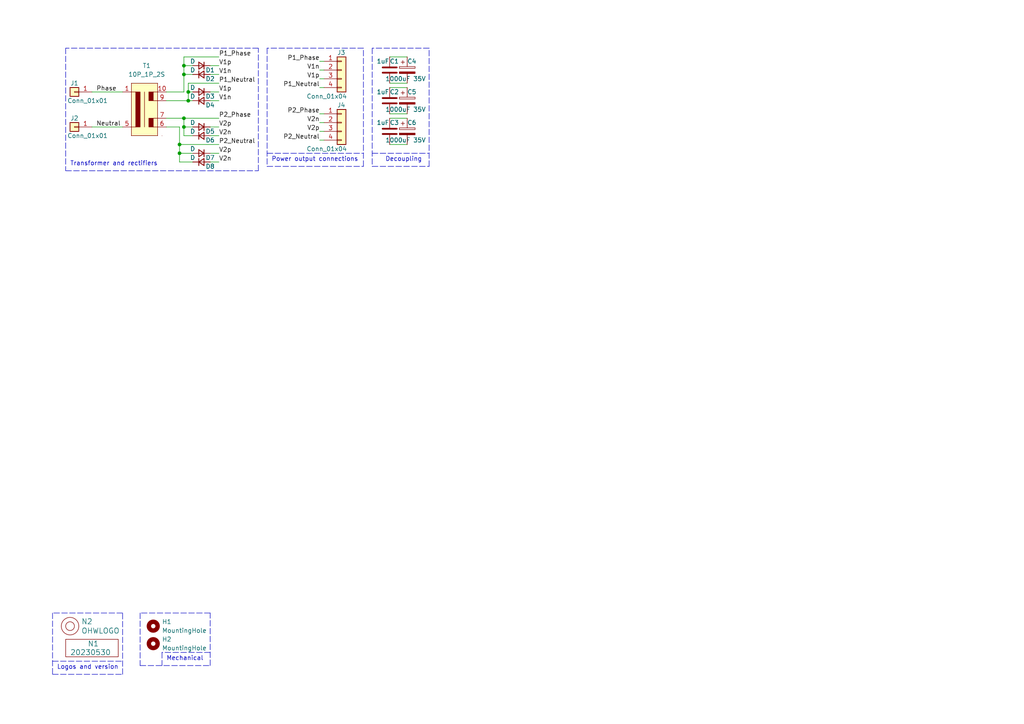
<source format=kicad_sch>
(kicad_sch (version 20211123) (generator eeschema)
  (paper "A4")
  (lib_symbols
    (symbol "Connector_Generic:Conn_01x01" (pin_names (offset 1.016) hide)
      (property "Reference" "J" (at 0 2.54 0))
      (property "Value" "Conn_01x01" (at 0 -2.54 0))
      (symbol "Conn_01x01_1_1"
        (rectangle (start -1.27 0.127) (end 0 -0.127) (stroke (width 0.1524)))
        (rectangle (start -1.27 1.27) (end 1.27 -1.27) (stroke (width 0.254)) (fill (type background)))
        (pin passive line (at -5.08 0 0) (length 3.81) (name "Pin_1") (number "1"))
      )
    )
    (symbol "Connector_Generic:Conn_01x04" (pin_names (offset 1.016) hide)
      (property "Reference" "J" (at 0 5.08 0))
      (property "Value" "Conn_01x04" (at 0 -7.62 0))
      (symbol "Conn_01x04_1_1"
        (rectangle (start -1.27 -4.953) (end 0 -5.207) (stroke (width 0.1524)))
        (rectangle (start -1.27 -2.413) (end 0 -2.667) (stroke (width 0.1524)))
        (rectangle (start -1.27 0.127) (end 0 -0.127) (stroke (width 0.1524)))
        (rectangle (start -1.27 2.667) (end 0 2.413) (stroke (width 0.1524)))
        (rectangle (start -1.27 3.81) (end 1.27 -6.35) (stroke (width 0.254)) (fill (type background)))
        (pin passive line (at -5.08 2.54 0) (length 3.81) (name "Pin_1") (number "1"))
        (pin passive line (at -5.08 0 0) (length 3.81) (name "Pin_2") (number "2"))
        (pin passive line (at -5.08 -2.54 0) (length 3.81) (name "Pin_3") (number "3"))
        (pin passive line (at -5.08 -5.08 0) (length 3.81) (name "Pin_4") (number "4"))
      )
    )
    (symbol "Device:C" (pin_numbers hide) (pin_names (offset 0.254))
      (property "Reference" "C" (at 0.635 2.54 0))
      (property "Value" "C" (at 0.635 -2.54 0))
      (symbol "C_0_1"
        (polyline (pts (xy -2.032 -0.762) (xy 2.032 -0.762)) (stroke (width 0.508)))
        (polyline (pts (xy -2.032 0.762) (xy 2.032 0.762)) (stroke (width 0.508)))
      )
      (symbol "C_1_1"
        (pin passive line (at 0 3.81 270) (length 2.794) (name "~") (number "1"))
        (pin passive line (at 0 -3.81 90) (length 2.794) (name "~") (number "2"))
      )
    )
    (symbol "Device:C_Polarized" (pin_numbers hide) (pin_names (offset 0.254))
      (property "Reference" "C" (at 0.635 2.54 0))
      (property "Value" "C_Polarized" (at 0.635 -2.54 0))
      (symbol "C_Polarized_0_1"
        (rectangle (start -2.286 0.508) (end 2.286 1.016))
        (polyline (pts (xy -1.778 2.286) (xy -0.762 2.286)))
        (polyline (pts (xy -1.27 2.794) (xy -1.27 1.778)))
        (rectangle (start 2.286 -0.508) (end -2.286 -1.016) (fill (type outline)))
      )
      (symbol "C_Polarized_1_1"
        (pin passive line (at 0 3.81 270) (length 2.794) (name "~") (number "1"))
        (pin passive line (at 0 -3.81 90) (length 2.794) (name "~") (number "2"))
      )
    )
    (symbol "Device:D_Small" (pin_numbers hide) (pin_names (offset 0.254) hide)
      (property "Reference" "D" (at -1.27 2.032 0))
      (property "Value" "D_Small" (at -3.81 -2.032 0))
      (symbol "D_Small_0_1"
        (polyline (pts (xy -0.762 -1.016) (xy -0.762 1.016)) (stroke (width 0.254)))
        (polyline (pts (xy -0.762 0) (xy 0.762 0)))
        (polyline (pts (xy 0.762 -1.016) (xy -0.762 0) (xy 0.762 1.016) (xy 0.762 -1.016)) (stroke (width 0.254)))
      )
      (symbol "D_Small_1_1"
        (pin passive line (at -2.54 0 0) (length 1.778) (name "K") (number "1"))
        (pin passive line (at 2.54 0 180) (length 1.778) (name "A") (number "2"))
      )
    )
    (symbol "Mechanical:MountingHole" (pin_names (offset 1.016))
      (property "Reference" "H" (at 0 5.08 0))
      (property "Value" "MountingHole" (at 0 3.175 0))
      (symbol "MountingHole_0_1"
        (circle (center 0 0) (radius 1.27) (stroke (width 1.27)))
      )
    )
    (symbol "SquantorLabels:OHWLOGO" (pin_names (offset 1.016))
      (property "Reference" "N" (at 0 3.81 0))
      (property "Value" "OHWLOGO" (at 0 -3.81 0))
      (symbol "OHWLOGO_0_1"
        (circle (center 0 0) (radius 1.27))
        (circle (center 0 0) (radius 2.54))
      )
    )
    (symbol "SquantorLabels:VYYYYMMDD" (pin_names (offset 1.016))
      (property "Reference" "N" (at 0 2.54 0))
      (property "Value" "VYYYYMMDD" (at 0 0 0))
      (symbol "VYYYYMMDD_0_1"
        (rectangle (start 7.62 -1.27) (end -7.62 3.81))
      )
    )
    (symbol "SquantorTransformer:10P_1P_2S"
      (property "Reference" "T" (at 0 8.89 0))
      (property "Value" "10P_1P_2S" (at 0 -8.89 0))
      (symbol "10P_1P_2S_0_1"
        (rectangle (start -3.81 7.62) (end 3.81 -7.62) (fill (type background)))
        (rectangle (start -2.54 5.08) (end -1.27 -5.08) (fill (type outline)))
        (polyline (pts (xy 0 5.08) (xy 0 -5.08)))
        (polyline (pts (xy -3.81 5.08) (xy -2.54 5.08) (xy -2.54 -5.08) (xy -3.81 -5.08)))
        (polyline (pts (xy 3.81 -2.54) (xy 2.54 -2.54) (xy 2.54 -5.08) (xy 3.81 -5.08)))
        (polyline (pts (xy 3.81 5.08) (xy 2.54 5.08) (xy 2.54 2.54) (xy 3.81 2.54)))
        (rectangle (start 2.54 -2.54) (end 1.27 -5.08) (fill (type outline)))
        (rectangle (start 2.54 5.08) (end 1.27 2.54) (fill (type outline)))
        (rectangle (start 5.08 -7.62) (end 5.08 -7.62))
      )
      (symbol "10P_1P_2S_1_1"
        (pin passive line (at -6.35 5.08 0) (length 2.54) (name "") (number "1"))
        (pin passive line (at 6.35 5.08 180) (length 2.54) (name "") (number "10"))
        (pin passive line (at -6.35 -5.08 0) (length 2.54) (name "") (number "5"))
        (pin passive line (at 6.35 -5.08 180) (length 2.54) (name "") (number "6"))
        (pin passive line (at 6.35 -2.54 180) (length 2.54) (name "") (number "7"))
        (pin passive line (at 6.35 2.54 180) (length 2.54) (name "") (number "9"))
      )
    )
  )
  (junction (at 53.34 19.05))
  (junction (at 53.34 21.59))
  (junction (at 53.34 34.29))
  (junction (at 54.61 29.21))
  (junction (at 53.34 36.83))
  (junction (at 52.07 44.45))
  (junction (at 52.07 41.91))
  (junction (at 54.61 26.67))
  (wire (pts (xy 60.96 39.37) (xy 63.5 39.37)))
  (polyline (pts (xy 19.05 49.53) (xy 74.93 49.53)))
  (polyline (pts (xy 105.41 48.26) (xy 105.41 13.97)))
  (wire (pts (xy 92.71 35.56) (xy 93.98 35.56)))
  (wire (pts (xy 26.67 36.83) (xy 35.56 36.83)))
  (wire (pts (xy 52.07 36.83) (xy 48.26 36.83)))
  (wire (pts (xy 52.07 41.91) (xy 52.07 44.45)))
  (wire (pts (xy 48.26 26.67) (xy 53.34 26.67)))
  (wire (pts (xy 92.71 40.64) (xy 93.98 40.64)))
  (polyline (pts (xy 74.93 49.53) (xy 74.93 13.97)))
  (polyline (pts (xy 15.24 177.8) (xy 15.24 195.58)))
  (wire (pts (xy 60.96 46.99) (xy 63.5 46.99)))
  (polyline (pts (xy 35.56 177.8) (xy 15.24 177.8)))
  (polyline (pts (xy 105.41 13.97) (xy 77.47 13.97)))
  (wire (pts (xy 60.96 21.59) (xy 63.5 21.59)))
  (polyline (pts (xy 60.96 189.23) (xy 46.99 189.23)))
  (wire (pts (xy 53.34 21.59) (xy 53.34 19.05)))
  (polyline (pts (xy 107.95 13.97) (xy 107.95 48.26)))
  (wire (pts (xy 92.71 33.02) (xy 93.98 33.02)))
  (wire (pts (xy 55.88 46.99) (xy 52.07 46.99)))
  (wire (pts (xy 52.07 44.45) (xy 55.88 44.45)))
  (polyline (pts (xy 19.05 13.97) (xy 19.05 49.53)))
  (polyline (pts (xy 46.99 189.23) (xy 46.99 193.04)))
  (wire (pts (xy 52.07 41.91) (xy 63.5 41.91)))
  (polyline (pts (xy 40.64 177.8) (xy 40.64 193.04)))
  (wire (pts (xy 54.61 24.13) (xy 63.5 24.13)))
  (wire (pts (xy 60.96 19.05) (xy 63.5 19.05)))
  (wire (pts (xy 113.03 34.29) (xy 118.11 34.29)))
  (wire (pts (xy 113.03 41.91) (xy 118.11 41.91)))
  (wire (pts (xy 26.67 26.67) (xy 35.56 26.67)))
  (polyline (pts (xy 107.95 48.26) (xy 124.46 48.26)))
  (polyline (pts (xy 60.96 193.04) (xy 60.96 177.8)))
  (polyline (pts (xy 60.96 177.8) (xy 40.64 177.8)))
  (wire (pts (xy 113.03 16.51) (xy 118.11 16.51)))
  (wire (pts (xy 60.96 29.21) (xy 63.5 29.21)))
  (wire (pts (xy 54.61 26.67) (xy 54.61 29.21)))
  (polyline (pts (xy 77.47 48.26) (xy 105.41 48.26)))
  (wire (pts (xy 113.03 24.13) (xy 118.11 24.13)))
  (polyline (pts (xy 77.47 44.45) (xy 105.41 44.45)))
  (polyline (pts (xy 40.64 193.04) (xy 60.96 193.04)))
  (wire (pts (xy 53.34 36.83) (xy 53.34 39.37)))
  (polyline (pts (xy 107.95 44.45) (xy 124.46 44.45)))
  (wire (pts (xy 53.34 21.59) (xy 53.34 26.67)))
  (wire (pts (xy 53.34 36.83) (xy 55.88 36.83)))
  (wire (pts (xy 92.71 20.32) (xy 93.98 20.32)))
  (polyline (pts (xy 35.56 195.58) (xy 35.56 177.8)))
  (wire (pts (xy 92.71 17.78) (xy 93.98 17.78)))
  (wire (pts (xy 92.71 22.86) (xy 93.98 22.86)))
  (polyline (pts (xy 15.24 195.58) (xy 35.56 195.58)))
  (wire (pts (xy 53.34 21.59) (xy 55.88 21.59)))
  (wire (pts (xy 55.88 39.37) (xy 53.34 39.37)))
  (wire (pts (xy 53.34 34.29) (xy 63.5 34.29)))
  (wire (pts (xy 53.34 19.05) (xy 55.88 19.05)))
  (wire (pts (xy 52.07 36.83) (xy 52.07 41.91)))
  (polyline (pts (xy 124.46 13.97) (xy 107.95 13.97)))
  (wire (pts (xy 92.71 25.4) (xy 93.98 25.4)))
  (wire (pts (xy 60.96 36.83) (xy 63.5 36.83)))
  (wire (pts (xy 60.96 44.45) (xy 63.5 44.45)))
  (polyline (pts (xy 77.47 13.97) (xy 77.47 48.26)))
  (polyline (pts (xy 124.46 48.26) (xy 124.46 13.97)))
  (wire (pts (xy 113.03 33.02) (xy 118.11 33.02)))
  (wire (pts (xy 52.07 44.45) (xy 52.07 46.99)))
  (wire (pts (xy 53.34 34.29) (xy 53.34 36.83)))
  (wire (pts (xy 54.61 26.67) (xy 54.61 24.13)))
  (wire (pts (xy 60.96 26.67) (xy 63.5 26.67)))
  (wire (pts (xy 48.26 34.29) (xy 53.34 34.29)))
  (polyline (pts (xy 15.24 191.77) (xy 35.56 191.77)))
  (wire (pts (xy 113.03 25.4) (xy 118.11 25.4)))
  (wire (pts (xy 92.71 38.1) (xy 93.98 38.1)))
  (wire (pts (xy 53.34 16.51) (xy 63.5 16.51)))
  (wire (pts (xy 53.34 19.05) (xy 53.34 16.51)))
  (wire (pts (xy 48.26 29.21) (xy 54.61 29.21)))
  (polyline (pts (xy 74.93 13.97) (xy 19.05 13.97)))
  (wire (pts (xy 54.61 29.21) (xy 55.88 29.21)))
  (wire (pts (xy 55.88 26.67) (xy 54.61 26.67)))
  (text "Power output connections" (at 78.74 46.99 0) (effects (font (size 1.27 1.27)) (justify left bottom)))
  (text "Decoupling" (at 111.76 46.99 0) (effects (font (size 1.27 1.27)) (justify left bottom)))
  (text "Logos and version" (at 16.51 194.31 0) (effects (font (size 1.27 1.27)) (justify left bottom)))
  (text "Transformer and rectifiers" (at 20.32 48.26 0) (effects (font (size 1.27 1.27)) (justify left bottom)))
  (text "Mechanical" (at 48.26 191.77 0) (effects (font (size 1.27 1.27)) (justify left bottom)))
  (label "V2n" (at 63.5 46.99 0))
  (label "P2_Phase" (at 92.71 33.02 180))
  (label "V2p" (at 63.5 36.83 0))
  (label "V2p" (at 92.71 38.1 180))
  (label "V2p" (at 63.5 44.45 0))
  (label "V1n" (at 92.71 20.32 180))
  (label "V2n" (at 92.71 35.56 180))
  (label "P1_Phase" (at 92.71 17.78 180))
  (label "P1_Neutral" (at 92.71 25.4 180))
  (label "P1_Neutral" (at 63.5 24.13 0))
  (label "P2_Neutral" (at 63.5 41.91 0))
  (label "P2_Phase" (at 63.5 34.29 0))
  (label "Phase" (at 27.94 26.67 0))
  (label "Neutral" (at 27.94 36.83 0))
  (label "V2n" (at 63.5 39.37 0))
  (label "P1_Phase" (at 63.5 16.51 0))
  (label "V1n" (at 63.5 21.59 0))
  (label "V1n" (at 63.5 29.21 0))
  (label "V1p" (at 63.5 26.67 0))
  (label "V1p" (at 63.5 19.05 0))
  (label "V1p" (at 92.71 22.86 180))
  (label "P2_Neutral" (at 92.71 40.64 180))
  (symbol (lib_id "SquantorLabels:VYYYYMMDD") (at 26.67 189.23 0) (unit 1)
    (property "Reference" "N1" (at 25.4 186.69 0) (effects (font (size 1.524 1.524)) (justify left)))
    (property "Value" "20230530" (at 20.32 189.23 0) (effects (font (size 1.524 1.524)) (justify left)))
    (property "Footprint" "SquantorLabels:Label_Generic" (effects hide))
  )
  (symbol (lib_id "SquantorLabels:OHWLOGO") (at 20.32 181.61 0) (unit 1)
    (property "Reference" "N2" (at 23.5712 180.2638 0) (effects (font (size 1.524 1.524)) (justify left)))
    (property "Value" "OHWLOGO" (at 23.5712 182.9562 0) (effects (font (size 1.524 1.524)) (justify left)))
    (property "Footprint" "Symbol:OSHW-Symbol_6.7x6mm_SilkScreen" (effects hide))
  )
  (symbol (lib_id "Device:D_Small") (at 58.42 26.67 180) (unit 1)
    (property "Reference" "D3" (at 60.96 27.94 0))
    (property "Value" "D" (at 55.88 25.4 0))
    (property "Footprint" "Diode_SMD:D_SMB" (effects hide))
  )
  (symbol (lib_id "Device:D_Small") (at 58.42 36.83 180) (unit 1)
    (property "Reference" "D5" (at 60.96 38.1 0))
    (property "Value" "D" (at 55.88 35.56 0))
    (property "Footprint" "Diode_SMD:D_SMB" (effects hide))
  )
  (symbol (lib_id "Device:D_Small") (at 58.42 21.59 0) (unit 1)
    (property "Reference" "D2" (at 60.96 22.86 0))
    (property "Value" "D" (at 55.88 20.32 0))
    (property "Footprint" "Diode_SMD:D_SMB" (effects hide))
  )
  (symbol (lib_id "SquantorTransformer:10P_1P_2S") (at 41.91 31.75 0) (unit 1)
    (property "Reference" "T1" (at 42.545 19.05 0))
    (property "Value" "10P_1P_2S" (at 42.545 21.59 0))
    (property "Footprint" "SquantorTransformer:10pin_5pitch_32x27_1Pri_2Sec" (effects hide))
  )
  (symbol (lib_id "Device:D_Small") (at 58.42 19.05 180) (unit 1)
    (property "Reference" "D1" (at 60.96 20.32 0))
    (property "Value" "D" (at 55.88 17.78 0))
    (property "Footprint" "Diode_SMD:D_SMB" (effects hide))
  )
  (symbol (lib_id "Connector_Generic:Conn_01x04") (at 99.06 35.56 0) (unit 1)
    (property "Reference" "J4" (at 97.79 30.48 0) (effects (justify left)))
    (property "Value" "Conn_01x04" (at 88.9 43.18 0) (effects (justify left)))
    (property "Footprint" "Connector_JST:JST_XH_B4B-XH-A_1x04_P2.50mm_Vertical" (effects hide))
  )
  (symbol (lib_id "Device:C") (at 113.03 29.21 0) (unit 1)
    (property "Reference" "C2" (at 113.03 26.67 0) (effects (justify left)))
    (property "Value" "1uF" (at 109.22 26.67 0) (effects (justify left)))
    (property "Footprint" "SquantorRcl:C_0805+0603" (effects hide))
  )
  (symbol (lib_id "Connector_Generic:Conn_01x01") (at 21.59 26.67 180) (unit 1)
    (property "Reference" "J1" (at 21.59 24.13 0))
    (property "Value" "Conn_01x01" (at 25.4 29.21 0))
    (property "Footprint" "SquantorConnectors:pad_power" (effects hide))
  )
  (symbol (lib_id "Device:D_Small") (at 58.42 46.99 0) (unit 1)
    (property "Reference" "D8" (at 60.96 48.26 0))
    (property "Value" "D" (at 55.88 45.72 0))
    (property "Footprint" "Diode_SMD:D_SMB" (effects hide))
  )
  (symbol (lib_id "Device:C_Polarized") (at 118.11 20.32 0) (unit 1)
    (property "Reference" "C4" (at 118.11 17.78 0) (effects (justify left)))
    (property "Value" "1000uF 35V" (at 111.76 22.86 0) (effects (justify left)))
    (property "Footprint" "SquantorRcl:C-050-100-elco" (effects hide))
  )
  (symbol (lib_id "Mechanical:MountingHole") (at 44.45 181.61 0) (unit 1)
    (property "Reference" "H1" (at 46.99 180.3399 0) (effects (justify left)))
    (property "Value" "MountingHole" (at 46.99 182.8799 0) (effects (justify left)))
    (property "Footprint" "MountingHole:MountingHole_2.2mm_M2" (effects hide))
  )
  (symbol (lib_id "Device:C_Polarized") (at 118.11 29.21 0) (unit 1)
    (property "Reference" "C5" (at 118.11 26.67 0) (effects (justify left)))
    (property "Value" "1000uF 35V" (at 111.76 31.75 0) (effects (justify left)))
    (property "Footprint" "SquantorRcl:C-050-100-elco" (effects hide))
  )
  (symbol (lib_id "Device:C") (at 113.03 20.32 0) (unit 1)
    (property "Reference" "C1" (at 113.03 17.78 0) (effects (justify left)))
    (property "Value" "1uF" (at 109.22 17.78 0) (effects (justify left)))
    (property "Footprint" "SquantorRcl:C_0805+0603" (effects hide))
  )
  (symbol (lib_id "Connector_Generic:Conn_01x01") (at 21.59 36.83 180) (unit 1)
    (property "Reference" "J2" (at 21.59 34.29 0))
    (property "Value" "Conn_01x01" (at 25.4 39.37 0))
    (property "Footprint" "SquantorConnectors:pad_power" (effects hide))
  )
  (symbol (lib_id "Connector_Generic:Conn_01x04") (at 99.06 20.32 0) (unit 1)
    (property "Reference" "J3" (at 97.79 15.24 0) (effects (justify left)))
    (property "Value" "Conn_01x04" (at 88.9 27.94 0) (effects (justify left)))
    (property "Footprint" "Connector_JST:JST_XH_B4B-XH-A_1x04_P2.50mm_Vertical" (effects hide))
  )
  (symbol (lib_id "Device:C") (at 113.03 38.1 0) (unit 1)
    (property "Reference" "C3" (at 113.03 35.56 0) (effects (justify left)))
    (property "Value" "1uF" (at 109.22 35.56 0) (effects (justify left)))
    (property "Footprint" "SquantorRcl:C_0805+0603" (effects hide))
  )
  (symbol (lib_id "Mechanical:MountingHole") (at 44.45 186.69 0) (unit 1)
    (property "Reference" "H2" (at 46.99 185.4199 0) (effects (justify left)))
    (property "Value" "MountingHole" (at 46.99 187.9599 0) (effects (justify left)))
    (property "Footprint" "MountingHole:MountingHole_2.2mm_M2" (effects hide))
  )
  (symbol (lib_id "Device:C_Polarized") (at 118.11 38.1 0) (unit 1)
    (property "Reference" "C6" (at 118.11 35.56 0) (effects (justify left)))
    (property "Value" "1000uF 35V" (at 111.76 40.64 0) (effects (justify left)))
    (property "Footprint" "SquantorRcl:C-050-100-elco" (effects hide))
  )
  (symbol (lib_id "Device:D_Small") (at 58.42 44.45 180) (unit 1)
    (property "Reference" "D7" (at 60.96 45.72 0))
    (property "Value" "D" (at 55.88 43.18 0))
    (property "Footprint" "Diode_SMD:D_SMB" (effects hide))
  )
  (symbol (lib_id "Device:D_Small") (at 58.42 39.37 0) (unit 1)
    (property "Reference" "D6" (at 60.96 40.64 0))
    (property "Value" "D" (at 55.88 38.1 0))
    (property "Footprint" "Diode_SMD:D_SMB" (effects hide))
  )
  (symbol (lib_id "Device:D_Small") (at 58.42 29.21 0) (unit 1)
    (property "Reference" "D4" (at 60.96 30.48 0))
    (property "Value" "D" (at 55.88 27.94 0))
    (property "Footprint" "Diode_SMD:D_SMB" (effects hide))
  )
)
</source>
